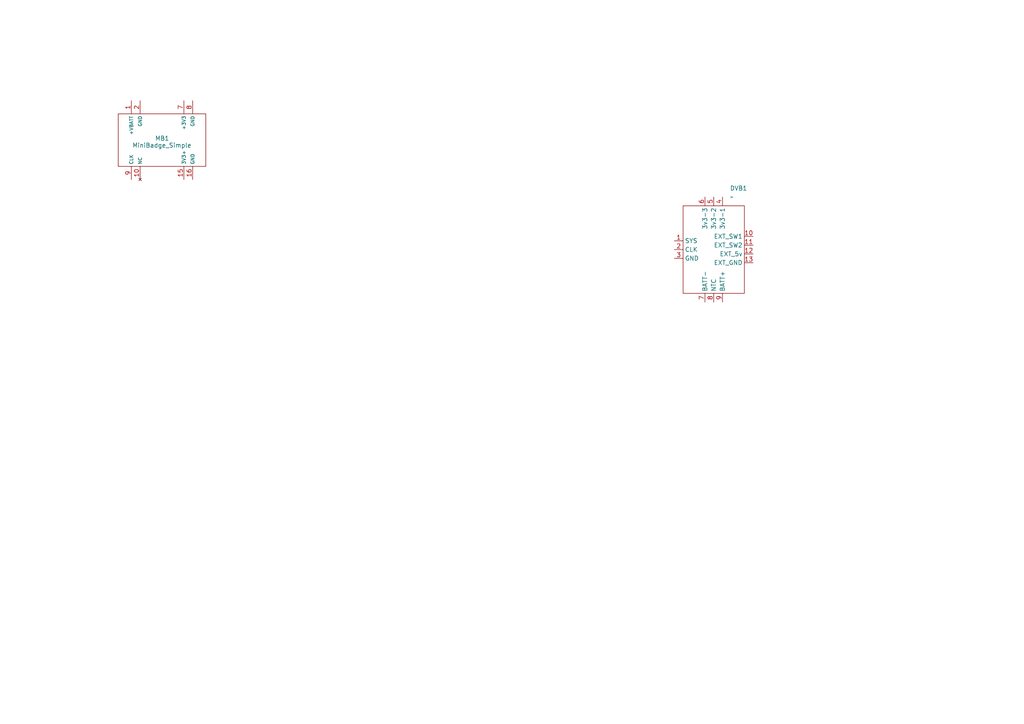
<source format=kicad_sch>
(kicad_sch (version 20250114) (generator "eeschema") (generator_version "9.0")
  (paper "A4")
  (lib_symbols
    (symbol "MiniBadge:MiniBadge_Simple"
      (property "Reference" "MB" (at 8.89 0 0))
      (property "Value" "MiniBadge_Simple" (at -10.16 0 0))
      (symbol "MiniBadge_Simple_0_1"
        (rectangle (start -12.7 7.62) (end 12.7 -7.62))
      )
      (symbol "MiniBadge_Simple_1_1"
        (pin power_out line (at -8.89 11.43 270) (length 3.81) (name "+VBATT") (number "1"))
        (pin output line (at -8.89 -11.43 90) (length 3.81) (name "CLK") (number "9"))
        (pin power_out line (at -6.35 11.43 270) (length 3.81) (name "GND") (number "2"))
        (pin no_connect line (at -6.35 -11.43 90) (length 3.81) (name "NC") (number "10"))
        (pin power_out line (at 6.35 11.43 270) (length 3.81) (name "+3V3") (number "7"))
        (pin power_out line (at 6.35 -11.43 90) (length 3.81) (name "3V3+") (number "15"))
        (pin power_out line (at 8.89 11.43 270) (length 3.81) (name "GND") (number "8"))
        (pin power_out line (at 8.89 -11.43 90) (length 3.81) (name "GND") (number "16"))
      )
    )
    (symbol "Minibadge Devboard:Minibadge_Devboard" (in_bom no)
      (property "Reference" "DVB" (at 7.112 4.064 0))
      (symbol "Minibadge_Devboard_0_1"
        (rectangle (start -8.89 2.54) (end 8.89 -22.86))
      )
      (symbol "Minibadge_Devboard_1_1"
        (pin power_out line (at -11.43 -7.62 0) (length 2.54) (name "SYS") (number "1"))
        (pin bidirectional line (at -11.43 -10.16 0) (length 2.54) (name "CLK") (number "2"))
        (pin power_in line (at -11.43 -12.7 0) (length 2.54) (name "GND") (number "3"))
        (pin power_out line (at -2.54 5.08 270) (length 2.54) (name "3v3-3") (number "6"))
        (pin power_in line (at -2.54 -25.4 90) (length 2.54) (name "BATT-") (number "7"))
        (pin power_out line (at 0 5.08 270) (length 2.54) (name "3v3-2") (number "5"))
        (pin passive line (at 0 -25.4 90) (length 2.54) (name "NTC") (number "8"))
        (pin power_out line (at 2.54 5.08 270) (length 2.54) (name "3v3-1") (number "4"))
        (pin power_in line (at 2.54 -25.4 90) (length 2.54) (name "BATT+") (number "9"))
        (pin input line (at 11.43 -6.35 180) (length 2.54) (name "EXT_SW1") (number "10"))
        (pin input line (at 11.43 -8.89 180) (length 2.54) (name "EXT_SW2") (number "11"))
        (pin input line (at 11.43 -11.43 180) (length 2.54) (name "EXT_5v") (number "12"))
        (pin input line (at 11.43 -13.97 180) (length 2.54) (name "EXT_GND") (number "13"))
      )
    )
  )
  (symbol (lib_id "Minibadge Devboard:Minibadge_Devboard") (at 207.01 62.23 0) (unit 1) (in_bom no)
    (property "Reference" "DVB1" (at 211.6933 54.61 0) (effects (justify left)))
    (property "Value" "~" (at 211.6933 57.15 0) (effects (justify left)))
    (property "Footprint" "Minibadge Devboard:Minibadge Devboard" (effects (hide yes)))
  )
  (symbol (lib_id "MiniBadge:MiniBadge_Simple") (at 46.99 40.64 0) (unit 1)
    (property "Reference" "MB1" (at 44.958 40.132 0) (effects (justify left)))
    (property "Value" "MiniBadge_Simple" (at 38.354 42.164 0) (effects (justify left)))
  )
)
</source>
